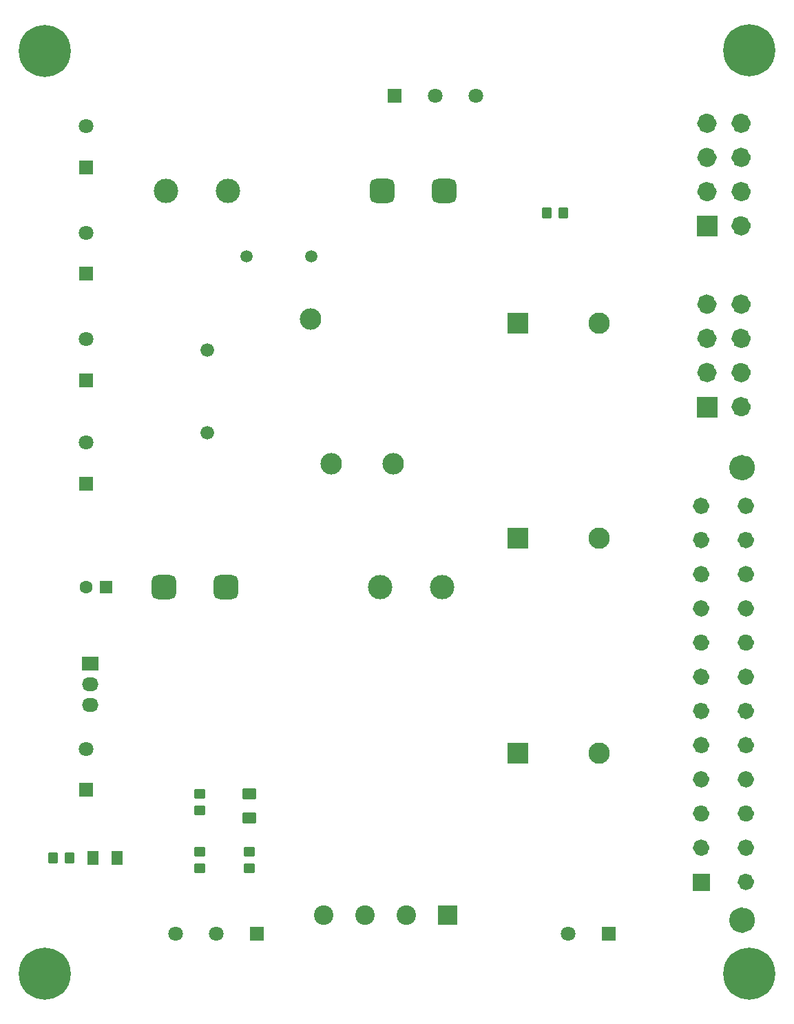
<source format=gts>
G04 #@! TF.GenerationSoftware,KiCad,Pcbnew,7.0.1*
G04 #@! TF.CreationDate,2023-04-08T17:38:13-04:00*
G04 #@! TF.ProjectId,Input,496e7075-742e-46b6-9963-61645f706362,rev?*
G04 #@! TF.SameCoordinates,Original*
G04 #@! TF.FileFunction,Soldermask,Top*
G04 #@! TF.FilePolarity,Negative*
%FSLAX46Y46*%
G04 Gerber Fmt 4.6, Leading zero omitted, Abs format (unit mm)*
G04 Created by KiCad (PCBNEW 7.0.1) date 2023-04-08 17:38:13*
%MOMM*%
%LPD*%
G01*
G04 APERTURE LIST*
G04 Aperture macros list*
%AMRoundRect*
0 Rectangle with rounded corners*
0 $1 Rounding radius*
0 $2 $3 $4 $5 $6 $7 $8 $9 X,Y pos of 4 corners*
0 Add a 4 corners polygon primitive as box body*
4,1,4,$2,$3,$4,$5,$6,$7,$8,$9,$2,$3,0*
0 Add four circle primitives for the rounded corners*
1,1,$1+$1,$2,$3*
1,1,$1+$1,$4,$5*
1,1,$1+$1,$6,$7*
1,1,$1+$1,$8,$9*
0 Add four rect primitives between the rounded corners*
20,1,$1+$1,$2,$3,$4,$5,0*
20,1,$1+$1,$4,$5,$6,$7,0*
20,1,$1+$1,$6,$7,$8,$9,0*
20,1,$1+$1,$8,$9,$2,$3,0*%
G04 Aperture macros list end*
%ADD10C,1.026200*%
%ADD11C,1.576200*%
%ADD12C,0.010000*%
%ADD13C,1.226200*%
%ADD14RoundRect,0.250001X-0.462499X-0.624999X0.462499X-0.624999X0.462499X0.624999X-0.462499X0.624999X0*%
%ADD15R,2.030000X1.730000*%
%ADD16O,2.030000X1.730000*%
%ADD17RoundRect,0.250000X0.450000X-0.350000X0.450000X0.350000X-0.450000X0.350000X-0.450000X-0.350000X0*%
%ADD18R,1.600000X1.600000*%
%ADD19C,1.600000*%
%ADD20RoundRect,0.750000X-0.750000X-0.750000X0.750000X-0.750000X0.750000X0.750000X-0.750000X0.750000X0*%
%ADD21C,3.000000*%
%ADD22C,6.400000*%
%ADD23RoundRect,0.750000X0.750000X0.750000X-0.750000X0.750000X-0.750000X-0.750000X0.750000X-0.750000X0*%
%ADD24RoundRect,0.250000X-0.450000X0.350000X-0.450000X-0.350000X0.450000X-0.350000X0.450000X0.350000X0*%
%ADD25R,1.803400X1.803400*%
%ADD26C,1.803400*%
%ADD27RoundRect,0.250001X0.624999X-0.462499X0.624999X0.462499X-0.624999X0.462499X-0.624999X-0.462499X0*%
%ADD28R,2.400000X2.400000*%
%ADD29C,2.400000*%
%ADD30R,2.616200X2.616200*%
%ADD31C,2.616200*%
%ADD32C,1.676400*%
%ADD33C,2.641600*%
%ADD34RoundRect,0.250000X-0.350000X-0.450000X0.350000X-0.450000X0.350000X0.450000X-0.350000X0.450000X0*%
%ADD35C,1.500000*%
G04 APERTURE END LIST*
D10*
X183559100Y-136162000D02*
G75*
G03*
X183559100Y-136162000I-513100J0D01*
G01*
X183559100Y-102562000D02*
G75*
G03*
X183559100Y-102562000I-513100J0D01*
G01*
X189059100Y-110962000D02*
G75*
G03*
X189059100Y-110962000I-513100J0D01*
G01*
X189059100Y-123562000D02*
G75*
G03*
X189059100Y-123562000I-513100J0D01*
G01*
X183559100Y-140362000D02*
G75*
G03*
X183559100Y-140362000I-513100J0D01*
G01*
X183559100Y-115162000D02*
G75*
G03*
X183559100Y-115162000I-513100J0D01*
G01*
X189059100Y-140362000D02*
G75*
G03*
X189059100Y-140362000I-513100J0D01*
G01*
D11*
X188874100Y-149262000D02*
G75*
G03*
X188874100Y-149262000I-788100J0D01*
G01*
D10*
X183559100Y-106762000D02*
G75*
G03*
X183559100Y-106762000I-513100J0D01*
G01*
X189059100Y-98362000D02*
G75*
G03*
X189059100Y-98362000I-513100J0D01*
G01*
X183559100Y-123562000D02*
G75*
G03*
X183559100Y-123562000I-513100J0D01*
G01*
X183559100Y-110962000D02*
G75*
G03*
X183559100Y-110962000I-513100J0D01*
G01*
X189059100Y-144562000D02*
G75*
G03*
X189059100Y-144562000I-513100J0D01*
G01*
X189059100Y-106762000D02*
G75*
G03*
X189059100Y-106762000I-513100J0D01*
G01*
X189059100Y-127762000D02*
G75*
G03*
X189059100Y-127762000I-513100J0D01*
G01*
X189059100Y-131962000D02*
G75*
G03*
X189059100Y-131962000I-513100J0D01*
G01*
X189059100Y-136162000D02*
G75*
G03*
X189059100Y-136162000I-513100J0D01*
G01*
X189059100Y-102562000D02*
G75*
G03*
X189059100Y-102562000I-513100J0D01*
G01*
X189059100Y-115162000D02*
G75*
G03*
X189059100Y-115162000I-513100J0D01*
G01*
X183559100Y-131962000D02*
G75*
G03*
X183559100Y-131962000I-513100J0D01*
G01*
X183559100Y-119362000D02*
G75*
G03*
X183559100Y-119362000I-513100J0D01*
G01*
X189059100Y-119362000D02*
G75*
G03*
X189059100Y-119362000I-513100J0D01*
G01*
D11*
X188874100Y-93662000D02*
G75*
G03*
X188874100Y-93662000I-788100J0D01*
G01*
D10*
X183559100Y-98362000D02*
G75*
G03*
X183559100Y-98362000I-513100J0D01*
G01*
X183559100Y-127762000D02*
G75*
G03*
X183559100Y-127762000I-513100J0D01*
G01*
D12*
X184072200Y-145588200D02*
X182019800Y-145588200D01*
X182019800Y-143535800D01*
X184072200Y-143535800D01*
X184072200Y-145588200D01*
G36*
X184072200Y-145588200D02*
G01*
X182019800Y-145588200D01*
X182019800Y-143535800D01*
X184072200Y-143535800D01*
X184072200Y-145588200D01*
G37*
D13*
X188573100Y-63954800D02*
G75*
G03*
X188573100Y-63954800I-613100J0D01*
G01*
X184373100Y-51354800D02*
G75*
G03*
X184373100Y-51354800I-613100J0D01*
G01*
X184373100Y-55554800D02*
G75*
G03*
X184373100Y-55554800I-613100J0D01*
G01*
X188573100Y-59754800D02*
G75*
G03*
X188573100Y-59754800I-613100J0D01*
G01*
X188573100Y-55554800D02*
G75*
G03*
X188573100Y-55554800I-613100J0D01*
G01*
X188573100Y-51354800D02*
G75*
G03*
X188573100Y-51354800I-613100J0D01*
G01*
X184373100Y-59754800D02*
G75*
G03*
X184373100Y-59754800I-613100J0D01*
G01*
D12*
X184986200Y-65181000D02*
X182533800Y-65181000D01*
X182533800Y-62728600D01*
X184986200Y-62728600D01*
X184986200Y-65181000D01*
G36*
X184986200Y-65181000D02*
G01*
X182533800Y-65181000D01*
X182533800Y-62728600D01*
X184986200Y-62728600D01*
X184986200Y-65181000D01*
G37*
D13*
X184373100Y-81983000D02*
G75*
G03*
X184373100Y-81983000I-613100J0D01*
G01*
X184373100Y-73583000D02*
G75*
G03*
X184373100Y-73583000I-613100J0D01*
G01*
X188573100Y-77783000D02*
G75*
G03*
X188573100Y-77783000I-613100J0D01*
G01*
X188573100Y-81983000D02*
G75*
G03*
X188573100Y-81983000I-613100J0D01*
G01*
X188573100Y-86183000D02*
G75*
G03*
X188573100Y-86183000I-613100J0D01*
G01*
X184373100Y-77783000D02*
G75*
G03*
X184373100Y-77783000I-613100J0D01*
G01*
X188573100Y-73583000D02*
G75*
G03*
X188573100Y-73583000I-613100J0D01*
G01*
D12*
X184986200Y-87409200D02*
X182533800Y-87409200D01*
X182533800Y-84956800D01*
X184986200Y-84956800D01*
X184986200Y-87409200D01*
G36*
X184986200Y-87409200D02*
G01*
X182533800Y-87409200D01*
X182533800Y-84956800D01*
X184986200Y-84956800D01*
X184986200Y-87409200D01*
G37*
D14*
X108250500Y-141618000D03*
X111225500Y-141618000D03*
D15*
X107899799Y-117732000D03*
D16*
X107899799Y-120272000D03*
X107899799Y-122812000D03*
D17*
X127508000Y-142859000D03*
X127508000Y-140859000D03*
D18*
X109904379Y-108344000D03*
D19*
X107404379Y-108344000D03*
D20*
X124637000Y-108344000D03*
X117017000Y-108344000D03*
D21*
X151227000Y-108344000D03*
X143607000Y-108344000D03*
D22*
X102376000Y-42436000D03*
D23*
X143861000Y-59690000D03*
X151481000Y-59690000D03*
D21*
X124891000Y-59690000D03*
X117271000Y-59690000D03*
D24*
X121412000Y-133747000D03*
X121412000Y-135747000D03*
D25*
X107391799Y-56742000D03*
D26*
X107391799Y-51742000D03*
D25*
X171664000Y-150949001D03*
D26*
X166664000Y-150949001D03*
D27*
X127508000Y-136742500D03*
X127508000Y-133767500D03*
D28*
X151892000Y-148661000D03*
D29*
X146812000Y-148661000D03*
X141732000Y-148661000D03*
X136652000Y-148661000D03*
D21*
X188086000Y-149262000D03*
X188086000Y-93662000D03*
D22*
X102372000Y-155829000D03*
D30*
X160498500Y-102362000D03*
D31*
X170498500Y-102362000D03*
D22*
X188976000Y-155811000D03*
D32*
X122361800Y-89344800D03*
D33*
X137601800Y-93154800D03*
X145221800Y-93154800D03*
X135061800Y-75374800D03*
D32*
X122361800Y-79184800D03*
D25*
X145378000Y-47945999D03*
D26*
X150378000Y-47945999D03*
X155378000Y-47945999D03*
D25*
X107391799Y-69848400D03*
D26*
X107391799Y-64848400D03*
D25*
X107391799Y-95604000D03*
D26*
X107391799Y-90604000D03*
D30*
X160498500Y-128778000D03*
D31*
X170498500Y-128778000D03*
D25*
X107391799Y-82904000D03*
D26*
X107391799Y-77904000D03*
D34*
X164100000Y-62357000D03*
X166100000Y-62357000D03*
D25*
X107391799Y-133223000D03*
D26*
X107391799Y-128223000D03*
D35*
X127174000Y-67704000D03*
X135074000Y-67704000D03*
D24*
X121412000Y-140859000D03*
X121412000Y-142859000D03*
D22*
X188976000Y-42418000D03*
D34*
X103404000Y-141618000D03*
X105404000Y-141618000D03*
D25*
X128444000Y-150949001D03*
D26*
X123444000Y-150949001D03*
X118444000Y-150949001D03*
D30*
X160498500Y-75946000D03*
D31*
X170498500Y-75946000D03*
M02*

</source>
